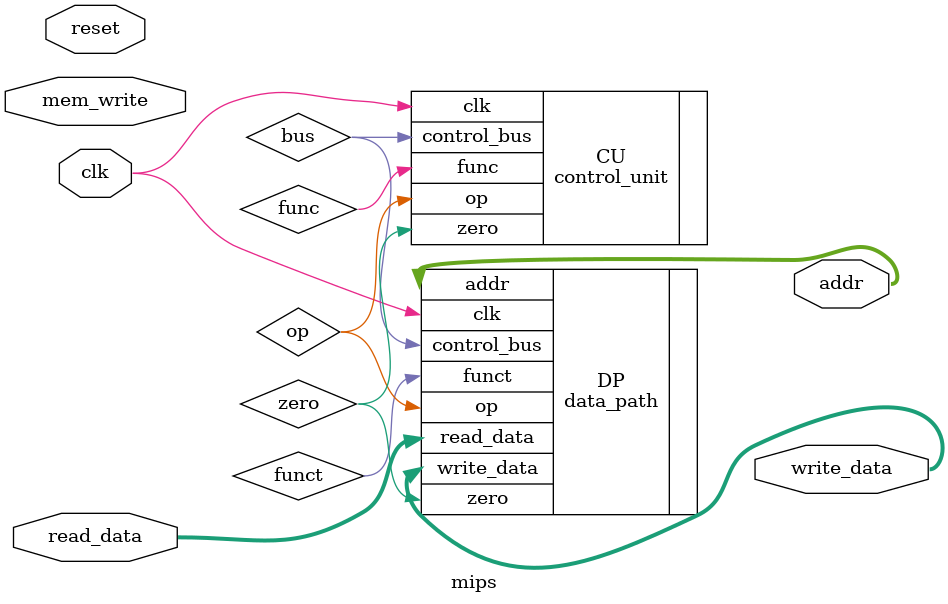
<source format=sv>
module mips(
    input logic clk, reset, mem_write,
    input logic [31:0] read_data,

    output logic [31:0] write_data, addr
);

    
    data_path     DP(
                    .control_bus(bus), .read_data(read_data),
                    .clk(clk), .write_data(write_data), .addr(addr),
                    .zero(zero), .op(op), .funct(funct)
                    );

    control_unit  CU(
                    .op(op), .func(func),
                    .clk(clk), .zero(zero),
                    .control_bus(bus)
                    );
    

endmodule


</source>
